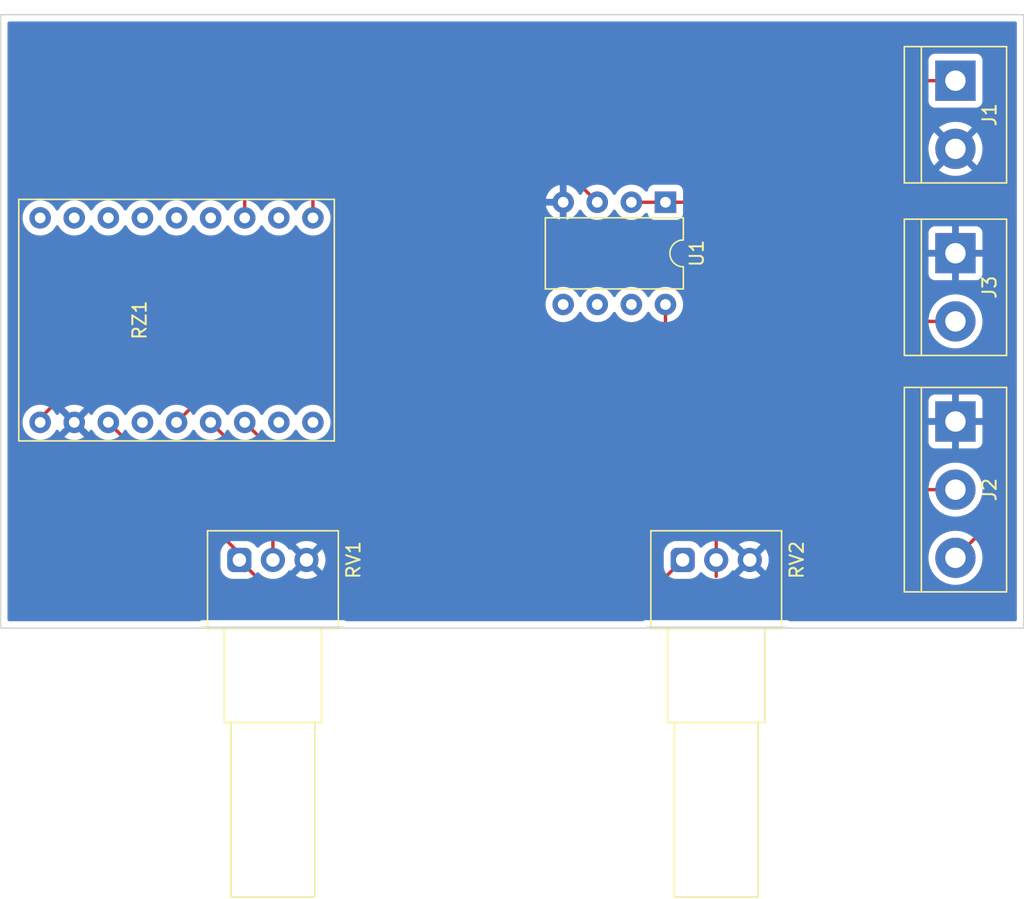
<source format=kicad_pcb>
(kicad_pcb (version 20211014) (generator pcbnew)
  (layers (0 "F.Cu" signal) (31 "B.Cu" signal) (34 "B.Paste" user) (35 "F.Paste" user) (36 "B.SilkS" user "B.Silkscreen") (37 "F.SilkS" user "F.Silkscreen") (38 "B.Mask" user) (39 "F.Mask" user) (44 "Edge.Cuts" user))
  (net 0 "")
  (net 1 "Net-(J1-Pad1)")
  (net 2 "Earth")
  (net 3 "Net-(RZ1-Pad19)")
  (net 4 "Net-(J2-Pad3)")
  (net 5 "Net-(J3-Pad2)")
  (net 6 "Net-(RV1-Pad1)")
  (net 7 "Net-(RV1-Pad2)")
  (net 15 "Net-(RV2-Pad2)")
  (net 18 "Net-(RZ1-Pad9)")
  (footprint "TerminalBlock:TerminalBlock_bornier-2_P5.08mm" (layer "F.Cu") (at 187.96 104.14 -90)
    (fp_text reference "J3" (at 2.54 -2.54 90) (layer "F.SilkS"))
    (fp_text value "Screw_Terminal_01x02")
    (fp_line (start 7.62 -3.81) (end -2.54 -3.81) (layer "F.SilkS") (width 0.12))
    (fp_line (start -2.54 3.81) (end 7.62 3.81) (layer "F.SilkS") (width 0.12))
    (fp_line (start 7.62 3.81) (end 7.62 -3.81) (layer "F.SilkS") (width 0.12))
    (fp_line (start -2.54 -3.81) (end -2.54 3.81) (layer "F.SilkS") (width 0.12))
    (fp_line (start 7.62 2.54) (end -2.54 2.54) (layer "F.SilkS") (width 0.12))
    (pad "1" thru_hole rect (at 0 0 270) (size 3 3) (drill 1.52) (layers *.Cu *.Mask) (net 2 "Earth"))
    (pad "2" thru_hole circle (at 5.08 0 270) (size 3 3) (drill 1.52) (layers *.Cu *.Mask) (net 5 "Net-(J3-Pad2)"))
  )
  (footprint "rp2040-zero:RP2040-Zero_copia" (layer "F.Cu") (at 141.69 118.125 90)
    (fp_text reference "RZ1" (at 9 -14.5 90 unlocked) (layer "F.SilkS"))
    (fp_text value "RP2040-Zero_1")
    (fp_line (start 0 0) (end 18 0) (layer "F.SilkS") (width 0.12))
    (fp_line (start 18 -23.5) (end 0 -23.5) (layer "F.SilkS") (width 0.12))
    (fp_line (start 0 -23.5) (end 0 0) (layer "F.SilkS") (width 0.12))
    (fp_line (start 18 0) (end 18 -23.5) (layer "F.SilkS") (width 0.12))
    (pad "1" thru_hole circle (at 16.62 -21.91 90) (size 1.6 1.6) (drill 0.8) (layers *.Cu *.Mask))
    (pad "2" thru_hole circle (at 16.62 -19.37 90) (size 1.6 1.6) (drill 0.8) (layers *.Cu *.Mask))
    (pad "3" thru_hole circle (at 16.62 -16.83 90) (size 1.6 1.6) (drill 0.8) (layers *.Cu *.Mask))
    (pad "4" thru_hole circle (at 16.62 -14.29 90) (size 1.6 1.6) (drill 0.8) (layers *.Cu *.Mask))
    (pad "5" thru_hole circle (at 16.62 -11.75 90) (size 1.6 1.6) (drill 0.8) (layers *.Cu *.Mask))
    (pad "6" thru_hole circle (at 16.62 -9.21 90) (size 1.6 1.6) (drill 0.8) (layers *.Cu *.Mask))
    (pad "7" thru_hole circle (at 16.62 -6.67 90) (size 1.6 1.6) (drill 0.8) (layers *.Cu *.Mask) (net 1 "Net-(J1-Pad1)"))
    (pad "8" thru_hole circle (at 16.62 -4.13 90) (size 1.6 1.6) (drill 0.8) (layers *.Cu *.Mask))
    (pad "9" thru_hole circle (at 16.62 -1.59 90) (size 1.6 1.6) (drill 0.8) (layers *.Cu *.Mask) (net 18 "Net-(RZ1-Pad9)"))
    (pad "15" thru_hole circle (at 1.38 -1.59 90) (size 1.6 1.6) (drill 0.8) (layers *.Cu *.Mask))
    (pad "16" thru_hole circle (at 1.38 -4.13 90) (size 1.6 1.6) (drill 0.8) (layers *.Cu *.Mask))
    (pad "17" thru_hole circle (at 1.38 -6.67 90) (size 1.6 1.6) (drill 0.8) (layers *.Cu *.Mask) (net 15 "Net-(RV2-Pad2)"))
    (pad "18" thru_hole circle (at 1.38 -9.21 90) (size 1.6 1.6) (drill 0.8) (layers *.Cu *.Mask) (net 7 "Net-(RV1-Pad2)"))
    (pad "19" thru_hole circle (at 1.38 -11.75 90) (size 1.6 1.6) (drill 0.8) (layers *.Cu *.Mask) (net 3 "Net-(RZ1-Pad19)"))
    (pad "20" thru_hole circle (at 1.38 -14.29 90) (size 1.6 1.6) (drill 0.8) (layers *.Cu *.Mask))
    (pad "21" thru_hole circle (at 1.38 -16.83 90) (size 1.6 1.6) (drill 0.8) (layers *.Cu *.Mask) (net 6 "Net-(RV1-Pad1)"))
    (pad "22" thru_hole circle (at 1.38 -21.91 90) (size 1.6 1.6) (drill 0.8) (layers *.Cu *.Mask) (net 4 "Net-(J2-Pad3)"))
    (pad "23" thru_hole circle (at 1.38 -19.37 90) (size 1.6 1.6) (drill 0.8) (layers *.Cu *.Mask) (net 2 "Earth"))
  )
  (footprint "Potentiometer_THT:Potentiometer_Alps_RK097_Single_Horizontal" (layer "F.Cu") (at 167.64 127 90)
    (fp_text reference "RV2" (at 0 8.5 90) (layer "F.SilkS"))
    (fp_text value "R_Potentiometer")
    (fp_line (start 2.175 7.37) (end 2.175 -2.37) (layer "F.SilkS") (width 0.12))
    (fp_line (start -12.12 -0.62) (end -25.12 -0.62) (layer "F.SilkS") (width 0.12))
    (fp_line (start -5.12 7.37) (end -5.12 -2.37) (layer "F.SilkS") (width 0.12))
    (fp_line (start -5.12 -1.12) (end -12.12 -1.12) (layer "F.SilkS") (width 0.12))
    (fp_line (start 2.175 7.37) (end -5.12 7.37) (layer "F.SilkS") (width 0.12))
    (fp_line (start -5.12 6.12) (end -12.12 6.12) (layer "F.SilkS") (width 0.12))
    (fp_line (start 2.175 -2.37) (end -5.12 -2.37) (layer "F.SilkS") (width 0.12))
    (fp_line (start -25.12 5.62) (end -25.12 -0.62) (layer "F.SilkS") (width 0.12))
    (fp_line (start -12.12 5.62) (end -25.12 5.62) (layer "F.SilkS") (width 0.12))
    (fp_line (start -12.12 6.12) (end -12.12 -1.12) (layer "F.SilkS") (width 0.12))
    (fp_line (start -5 -2.7) (end -5 7.7) (layer "Edge.Cuts") (width 0.1))
    (pad "1" thru_hole roundrect (at 0 0 270) (size 1.8 1.8) (drill 1) (layers *.Cu *.Mask) (net 6 "Net-(RV1-Pad1)"))
    (pad "2" thru_hole circle (at 0 2.5 270) (size 1.8 1.8) (drill 1) (layers *.Cu *.Mask) (net 15 "Net-(RV2-Pad2)"))
    (pad "3" thru_hole circle (at 0 5 270) (size 1.8 1.8) (drill 1) (layers *.Cu *.Mask) (net 2 "Earth"))
  )
  (footprint "Package_DIP:DIP-8_W7.62mm" (layer "F.Cu") (at 166.36 100.34 -90)
    (fp_text reference "U1" (at 3.81 -2.33 90) (layer "F.SilkS"))
    (fp_text value "LM358")
    (fp_line (start 2.81 -1.33) (end 1.16 -1.33) (layer "F.SilkS") (width 0.12))
    (fp_line (start 1.16 8.95) (end 6.46 8.95) (layer "F.SilkS") (width 0.12))
    (fp_line (start 1.16 -1.33) (end 1.16 8.95) (layer "F.SilkS") (width 0.12))
    (fp_line (start 6.46 -1.33) (end 4.81 -1.33) (layer "F.SilkS") (width 0.12))
    (fp_line (start 6.46 8.95) (end 6.46 -1.33) (layer "F.SilkS") (width 0.12))
    (fp_arc (start 4.81 -1.33) (mid 3.81 -0.33) (end 2.81 -1.33) (layer "F.SilkS") (width 0.12))
    (pad "1" thru_hole rect (at 0 0 270) (size 1.6 1.6) (drill 0.8) (layers *.Cu *.Mask) (net 5 "Net-(J3-Pad2)"))
    (pad "2" thru_hole oval (at 0 2.54 270) (size 1.6 1.6) (drill 0.8) (layers *.Cu *.Mask) (net 5 "Net-(J3-Pad2)"))
    (pad "3" thru_hole oval (at 0 5.08 270) (size 1.6 1.6) (drill 0.8) (layers *.Cu *.Mask) (net 18 "Net-(RZ1-Pad9)"))
    (pad "4" thru_hole oval (at 0 7.62 270) (size 1.6 1.6) (drill 0.8) (layers *.Cu *.Mask) (net 2 "Earth"))
    (pad "5" thru_hole oval (at 7.62 7.62 270) (size 1.6 1.6) (drill 0.8) (layers *.Cu *.Mask))
    (pad "6" thru_hole oval (at 7.62 5.08 270) (size 1.6 1.6) (drill 0.8) (layers *.Cu *.Mask))
    (pad "7" thru_hole oval (at 7.62 2.54 270) (size 1.6 1.6) (drill 0.8) (layers *.Cu *.Mask))
    (pad "8" thru_hole oval (at 7.62 0 270) (size 1.6 1.6) (drill 0.8) (layers *.Cu *.Mask) (net 4 "Net-(J2-Pad3)"))
  )
  (footprint "TerminalBlock:TerminalBlock_bornier-2_P5.08mm" (layer "F.Cu") (at 187.96 91.28 -90)
    (fp_text reference "J1" (at 2.54 -2.54 90) (layer "F.SilkS"))
    (fp_text value "Screw_Terminal_01x02")
    (fp_line (start 7.62 3.81) (end 7.62 -3.81) (layer "F.SilkS") (width 0.12))
    (fp_line (start 7.62 2.54) (end -2.54 2.54) (layer "F.SilkS") (width 0.12))
    (fp_line (start 7.62 -3.81) (end -2.54 -3.81) (layer "F.SilkS") (width 0.12))
    (fp_line (start -2.54 -3.81) (end -2.54 3.81) (layer "F.SilkS") (width 0.12))
    (fp_line (start -2.54 3.81) (end 7.62 3.81) (layer "F.SilkS") (width 0.12))
    (pad "1" thru_hole rect (at 0 0 270) (size 3 3) (drill 1.52) (layers *.Cu *.Mask) (net 1 "Net-(J1-Pad1)"))
    (pad "2" thru_hole circle (at 5.08 0 270) (size 3 3) (drill 1.52) (layers *.Cu *.Mask) (net 2 "Earth"))
  )
  (footprint "TerminalBlock:TerminalBlock_bornier-3_P5.08mm" (layer "F.Cu") (at 187.96 116.68 -90)
    (fp_text reference "J2" (at 5.08 -2.54 90) (layer "F.SilkS"))
    (fp_text value "Screw_Terminal_01x03")
    (fp_line (start -2.54 2.54) (end 12.7 2.54) (layer "F.SilkS") (width 0.12))
    (fp_line (start -2.54 3.81) (end 12.7 3.81) (layer "F.SilkS") (width 0.12))
    (fp_line (start -2.54 3.81) (end -2.54 -3.81) (layer "F.SilkS") (width 0.12))
    (fp_line (start 12.7 3.81) (end 12.7 -3.81) (layer "F.SilkS") (width 0.12))
    (fp_line (start -2.54 -3.81) (end 12.7 -3.81) (layer "F.SilkS") (width 0.12))
    (pad "1" thru_hole rect (at 0 0 270) (size 3 3) (drill 1.52) (layers *.Cu *.Mask) (net 2 "Earth"))
    (pad "2" thru_hole circle (at 5.08 0 270) (size 3 3) (drill 1.52) (layers *.Cu *.Mask) (net 3 "Net-(RZ1-Pad19)"))
    (pad "3" thru_hole circle (at 10.16 0 270) (size 3 3) (drill 1.52) (layers *.Cu *.Mask) (net 4 "Net-(J2-Pad3)"))
  )
  (footprint "Potentiometer_THT:Potentiometer_Alps_RK097_Single_Horizontal" (layer "F.Cu") (at 134.62 127 90)
    (fp_text reference "RV1" (at 0 8.5 90) (layer "F.SilkS"))
    (fp_text value "R_Potentiometer")
    (fp_line (start 2.175 7.37) (end -5.12 7.37) (layer "F.SilkS") (width 0.12))
    (fp_line (start -5.12 7.37) (end -5.12 -2.37) (layer "F.SilkS") (width 0.12))
    (fp_line (start -12.12 -0.62) (end -25.12 -0.62) (layer "F.SilkS") (width 0.12))
    (fp_line (start 2.175 -2.37) (end -5.12 -2.37) (layer "F.SilkS") (width 0.12))
    (fp_line (start -25.12 5.62) (end -25.12 -0.62) (layer "F.SilkS") (width 0.12))
    (fp_line (start -12.12 6.12) (end -12.12 -1.12) (layer "F.SilkS") (width 0.12))
    (fp_line (start -12.12 5.62) (end -25.12 5.62) (layer "F.SilkS") (width 0.12))
    (fp_line (start -5.12 -1.12) (end -12.12 -1.12) (layer "F.SilkS") (width 0.12))
    (fp_line (start 2.175 7.37) (end 2.175 -2.37) (layer "F.SilkS") (width 0.12))
    (fp_line (start -5.12 6.12) (end -12.12 6.12) (layer "F.SilkS") (width 0.12))
    (fp_line (start -5 -2.7) (end -5 7.7) (layer "Edge.Cuts") (width 0.1))
    (pad "1" thru_hole roundrect (at 0 0 270) (size 1.8 1.8) (drill 1) (layers *.Cu *.Mask) (net 6 "Net-(RV1-Pad1)"))
    (pad "2" thru_hole circle (at 0 2.5 270) (size 1.8 1.8) (drill 1) (layers *.Cu *.Mask) (net 7 "Net-(RV1-Pad2)"))
    (pad "3" thru_hole circle (at 0 5 270) (size 1.8 1.8) (drill 1) (layers *.Cu *.Mask) (net 2 "Earth"))
  )
  (gr_rect (start 116.84 86.36) (end 193.04 132.08) (layer "Edge.Cuts") (width 0.1) (fill none))
  (segment (start 135.02 101.505) (end 135.02 98.66) (width 0.25) (layer "F.Cu") (net 1))
  (segment (start 142.4 91.28) (end 187.96 91.28) (width 0.25) (layer "F.Cu") (net 1))
  (segment (start 135.02 98.66) (end 142.4 91.28) (width 0.25) (layer "F.Cu") (net 1))
  (segment (start 170.18 116.84) (end 152.4 116.84) (width 0.25) (layer "F.Cu") (net 3))
  (segment (start 175.1 121.76) (end 170.18 116.84) (width 0.25) (layer "F.Cu") (net 3))
  (segment (start 132.385 114.3) (end 129.94 116.745) (width 0.25) (layer "F.Cu") (net 3))
  (segment (start 149.86 114.3) (end 132.385 114.3) (width 0.25) (layer "F.Cu") (net 3))
  (segment (start 152.4 116.84) (end 149.86 114.3) (width 0.25) (layer "F.Cu") (net 3))
  (segment (start 187.96 121.76) (end 175.1 121.76) (width 0.25) (layer "F.Cu") (net 3))
  (segment (start 187.96 126.84) (end 190.34 124.46) (width 0.25) (layer "F.Cu") (net 4))
  (segment (start 166.38 110.5) (end 166.36 110.5) (width 0.25) (layer "F.Cu") (net 4))
  (segment (start 170.18 114.3) (end 166.38 110.5) (width 0.25) (layer "F.Cu") (net 4))
  (segment (start 124.46 111.76) (end 119.38 116.84) (width 0.25) (layer "F.Cu") (net 4))
  (segment (start 190.5 114.3) (end 170.18 114.3) (width 0.25) (layer "F.Cu") (net 4))
  (segment (start 166.36 110.5) (end 165.1 111.76) (width 0.25) (layer "F.Cu") (net 4))
  (segment (start 190.5 124.46) (end 190.5 114.3) (width 0.25) (layer "F.Cu") (net 4))
  (segment (start 166.36 107.96) (end 166.36 110.5) (width 0.25) (layer "F.Cu") (net 4))
  (segment (start 165.1 111.76) (end 124.46 111.76) (width 0.25) (layer "F.Cu") (net 4))
  (segment (start 190.34 124.46) (end 190.5 124.46) (width 0.25) (layer "F.Cu") (net 4))
  (segment (start 187.96 109.22) (end 180.34 109.22) (width 0.25) (layer "F.Cu") (net 5))
  (segment (start 163.82 100.34) (end 166.36 100.34) (width 0.25) (layer "F.Cu") (net 5))
  (segment (start 171.46 100.34) (end 166.36 100.34) (width 0.25) (layer "F.Cu") (net 5))
  (segment (start 180.34 109.22) (end 171.46 100.34) (width 0.25) (layer "F.Cu") (net 5))
  (segment (start 134.62 127) (end 134.62 126.505) (width 0.25) (layer "F.Cu") (net 6))
  (segment (start 137.16 129.54) (end 165.1 129.54) (width 0.25) (layer "F.Cu") (net 6))
  (segment (start 134.62 126.505) (end 124.86 116.745) (width 0.25) (layer "F.Cu") (net 6))
  (segment (start 134.62 127) (end 137.16 129.54) (width 0.25) (layer "F.Cu") (net 6))
  (segment (start 165.1 129.54) (end 167.64 127) (width 0.25) (layer "F.Cu") (net 6))
  (segment (start 137.12 121.385) (end 132.48 116.745) (width 0.25) (layer "F.Cu") (net 7))
  (segment (start 137.12 127) (end 137.12 121.385) (width 0.25) (layer "F.Cu") (net 7))
  (segment (start 137.655 119.38) (end 165.1 119.38) (width 0.25) (layer "F.Cu") (net 15))
  (segment (start 135.02 116.745) (end 137.655 119.38) (width 0.25) (layer "F.Cu") (net 15))
  (segment (start 165.1 119.38) (end 170.14 124.42) (width 0.25) (layer "F.Cu") (net 15))
  (segment (start 170.14 124.42) (end 170.14 128.225) (width 0.25) (layer "F.Cu") (net 15))
  (segment (start 142.24 96.52) (end 157.48 96.52) (width 0.25) (layer "F.Cu") (net 18))
  (segment (start 157.48 96.52) (end 157.48 96.54) (width 0.25) (layer "F.Cu") (net 18))
  (segment (start 140.1 101.505) (end 140.1 98.66) (width 0.25) (layer "F.Cu") (net 18))
  (segment (start 157.48 96.54) (end 161.28 100.34) (width 0.25) (layer "F.Cu") (net 18))
  (segment (start 140.1 98.66) (end 142.24 96.52) (width 0.25) (layer "F.Cu") (net 18))
  (zone (net 2) (net_name "Earth") (layer "B.Cu") (connect_pads (clearance 0.508)) (min_thickness 0.254) (fill yes (thermal_gap 0.508) (thermal_bridge_width 0.508))
    (polygon (pts (xy 193.04 132.08) (xy 116.84 132.08) (xy 116.84 86.36) (xy 193.04 86.36)))
  )
)
</source>
